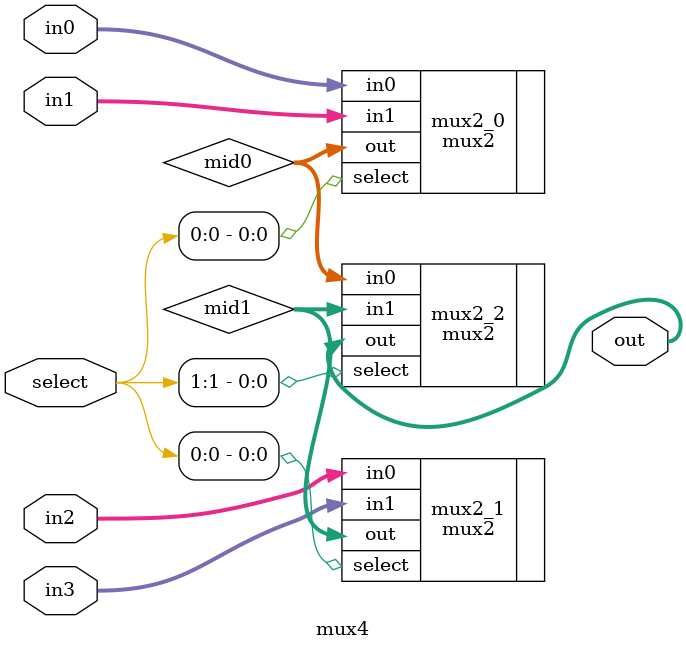
<source format=sv>
`timescale 1ns/1ps
`default_nettype none

module mux4(in0, in1, in2, in3, select, out);
   // Parameters
   parameter N = 32;

   // Ports
   input wire [(N-1):0] in0, in1, in2, in3;
   input wire [1:0] select;
   output logic [(N-1):0] out;

   // Intermediate wires
   wire [(N-1):0] mid0, mid1;

   // Implementation

   // 1st layer
   mux2 #(.N(N)) mux2_0 (.in0(in0), .in1(in1), .select(select[0]), .out(mid0));
   mux2 #(.N(N)) mux2_1 (.in0(in2), .in1(in3), .select(select[0]), .out(mid1));
   // Output layer
   mux2 #(.N(N)) mux2_2 (.in0(mid0), .in1(mid1), .select(select[1]), .out(out));
endmodule

</source>
